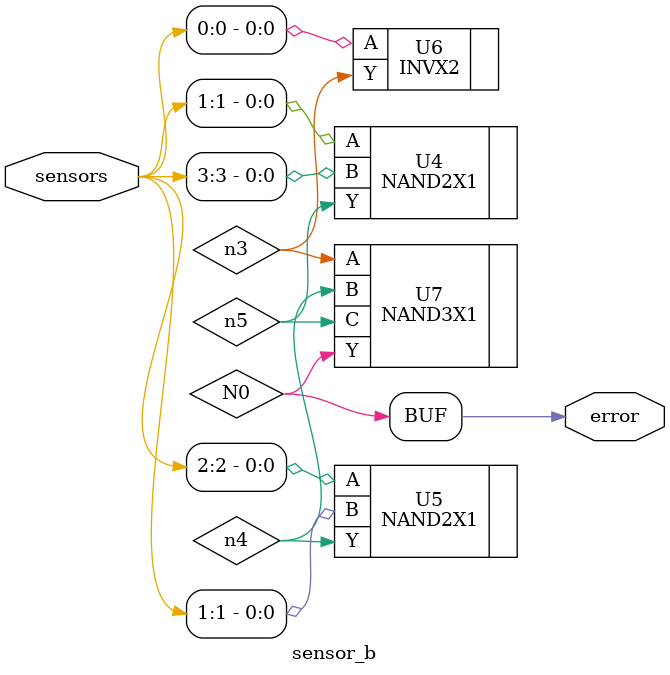
<source format=v>

module sensor_b ( sensors, error );
  input [3:0] sensors;
  output error;
  wire   N0, n3, n4, n5;
  assign error = N0;

  NAND2X1 U4 ( .A(sensors[1]), .B(sensors[3]), .Y(n5) );
  NAND2X1 U5 ( .A(sensors[2]), .B(sensors[1]), .Y(n4) );
  INVX2 U6 ( .A(sensors[0]), .Y(n3) );
  NAND3X1 U7 ( .A(n3), .B(n4), .C(n5), .Y(N0) );
endmodule


</source>
